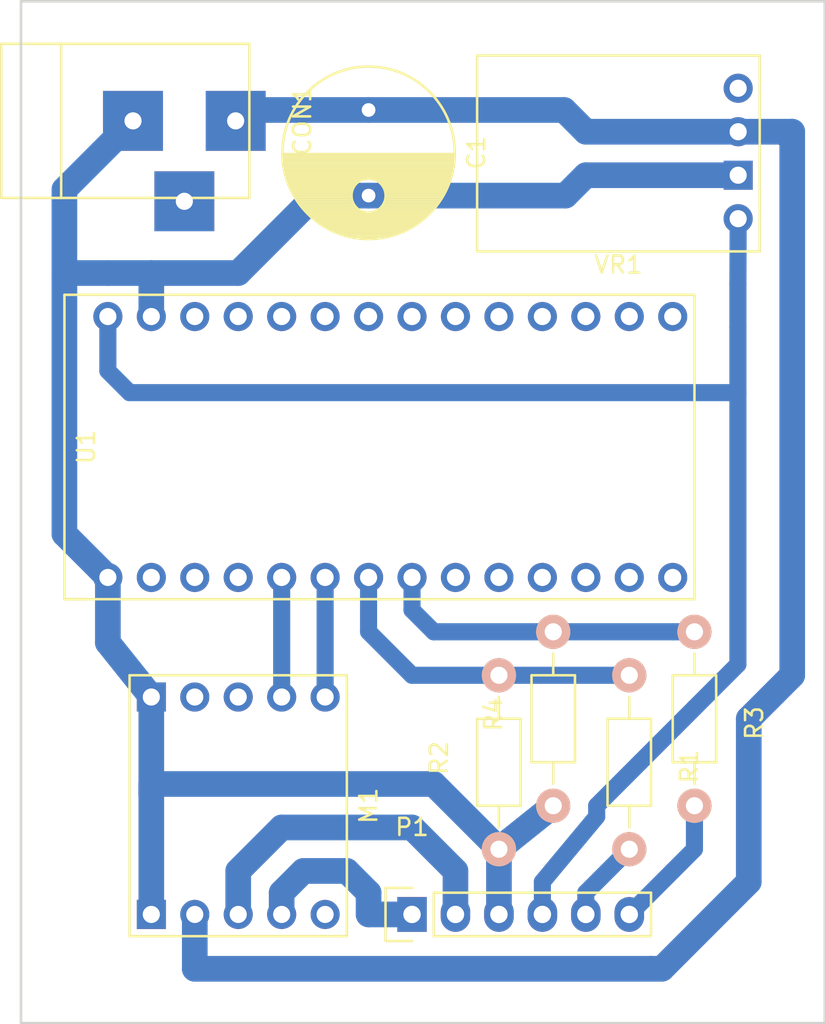
<source format=kicad_pcb>
(kicad_pcb (version 4) (host pcbnew 4.0.5+dfsg1-4)

  (general
    (links 24)
    (no_connects 0)
    (area 117.354379 57.83052 166.445001 118.185001)
    (thickness 1.6)
    (drawings 4)
    (tracks 82)
    (zones 0)
    (modules 10)
    (nets 38)
  )

  (page A4)
  (layers
    (0 F.Cu signal)
    (31 B.Cu signal)
    (32 B.Adhes user)
    (33 F.Adhes user)
    (34 B.Paste user)
    (35 F.Paste user)
    (36 B.SilkS user)
    (37 F.SilkS user)
    (38 B.Mask user)
    (39 F.Mask user)
    (40 Dwgs.User user)
    (41 Cmts.User user)
    (42 Eco1.User user)
    (43 Eco2.User user)
    (44 Edge.Cuts user)
    (45 Margin user)
    (46 B.CrtYd user)
    (47 F.CrtYd user)
    (48 B.Fab user)
    (49 F.Fab user)
  )

  (setup
    (last_trace_width 1)
    (trace_clearance 0.8)
    (zone_clearance 0.508)
    (zone_45_only no)
    (trace_min 0.2)
    (segment_width 0.2)
    (edge_width 0.15)
    (via_size 0.6)
    (via_drill 0.4)
    (via_min_size 0.4)
    (via_min_drill 0.3)
    (uvia_size 0.3)
    (uvia_drill 0.1)
    (uvias_allowed no)
    (uvia_min_size 0.2)
    (uvia_min_drill 0.1)
    (pcb_text_width 0.3)
    (pcb_text_size 1.5 1.5)
    (mod_edge_width 0.15)
    (mod_text_size 1 1)
    (mod_text_width 0.15)
    (pad_size 1.524 1.524)
    (pad_drill 0.762)
    (pad_to_mask_clearance 0.2)
    (aux_axis_origin 0 0)
    (visible_elements FFFFFF7F)
    (pcbplotparams
      (layerselection 0x01000_80000001)
      (usegerberextensions false)
      (excludeedgelayer true)
      (linewidth 0.100000)
      (plotframeref false)
      (viasonmask false)
      (mode 1)
      (useauxorigin false)
      (hpglpennumber 1)
      (hpglpenspeed 20)
      (hpglpendiameter 15)
      (hpglpenoverlay 2)
      (psnegative false)
      (psa4output false)
      (plotreference true)
      (plotvalue true)
      (plotinvisibletext false)
      (padsonsilk false)
      (subtractmaskfromsilk false)
      (outputformat 1)
      (mirror false)
      (drillshape 0)
      (scaleselection 1)
      (outputdirectory manufacturing/))
  )

  (net 0 "")
  (net 1 "Net-(C1-Pad1)")
  (net 2 "Net-(C1-Pad2)")
  (net 3 "Net-(CON1-Pad3)")
  (net 4 "Net-(M1-Pad1)")
  (net 5 "Net-(M1-Pad2)")
  (net 6 "Net-(M1-Pad3)")
  (net 7 "Net-(M1-Pad4)")
  (net 8 "Net-(M1-Pad8)")
  (net 9 "Net-(M1-Pad9)")
  (net 10 "Net-(M1-Pad10)")
  (net 11 "Net-(P1-Pad4)")
  (net 12 "Net-(P1-Pad5)")
  (net 13 "Net-(P1-Pad6)")
  (net 14 "Net-(R1-Pad1)")
  (net 15 "Net-(R3-Pad1)")
  (net 16 "Net-(U1-Pad0)")
  (net 17 "Net-(U1-Pad1)")
  (net 18 "Net-(U1-Pad2)")
  (net 19 "Net-(U1-Pad7)")
  (net 20 "Net-(U1-Pad8)")
  (net 21 "Net-(U1-Pad9)")
  (net 22 "Net-(U1-Pad10)")
  (net 23 "Net-(U1-Pad11)")
  (net 24 "Net-(U1-Pad12)")
  (net 25 "Net-(U1-Pad13)")
  (net 26 "Net-(U1-Pad14)")
  (net 27 "Net-(U1-Pad15)")
  (net 28 "Net-(U1-Pad16)")
  (net 29 "Net-(U1-Pad17)")
  (net 30 "Net-(U1-Pad18)")
  (net 31 "Net-(U1-Pad19)")
  (net 32 "Net-(U1-Pad20)")
  (net 33 "Net-(U1-Pad21)")
  (net 34 "Net-(U1-Pad22)")
  (net 35 "Net-(U1-Pad23)")
  (net 36 "Net-(U1-Pad24)")
  (net 37 "Net-(VR1-Pad4)")

  (net_class Default "This is the default net class."
    (clearance 0.8)
    (trace_width 1)
    (via_dia 0.6)
    (via_drill 0.4)
    (uvia_dia 0.3)
    (uvia_drill 0.1)
    (add_net "Net-(M1-Pad1)")
    (add_net "Net-(M1-Pad10)")
    (add_net "Net-(M1-Pad2)")
    (add_net "Net-(M1-Pad3)")
    (add_net "Net-(M1-Pad4)")
    (add_net "Net-(P1-Pad4)")
    (add_net "Net-(P1-Pad5)")
    (add_net "Net-(P1-Pad6)")
    (add_net "Net-(R1-Pad1)")
    (add_net "Net-(R3-Pad1)")
    (add_net "Net-(U1-Pad0)")
    (add_net "Net-(U1-Pad1)")
    (add_net "Net-(U1-Pad10)")
    (add_net "Net-(U1-Pad11)")
    (add_net "Net-(U1-Pad12)")
    (add_net "Net-(U1-Pad13)")
    (add_net "Net-(U1-Pad14)")
    (add_net "Net-(U1-Pad15)")
    (add_net "Net-(U1-Pad16)")
    (add_net "Net-(U1-Pad17)")
    (add_net "Net-(U1-Pad18)")
    (add_net "Net-(U1-Pad19)")
    (add_net "Net-(U1-Pad2)")
    (add_net "Net-(U1-Pad20)")
    (add_net "Net-(U1-Pad21)")
    (add_net "Net-(U1-Pad22)")
    (add_net "Net-(U1-Pad23)")
    (add_net "Net-(U1-Pad24)")
    (add_net "Net-(U1-Pad7)")
    (add_net "Net-(U1-Pad8)")
    (add_net "Net-(U1-Pad9)")
    (add_net "Net-(VR1-Pad4)")
  )

  (net_class Power ""
    (clearance 0.8)
    (trace_width 1.5)
    (via_dia 0.6)
    (via_drill 0.4)
    (uvia_dia 0.3)
    (uvia_drill 0.1)
    (add_net "Net-(C1-Pad1)")
    (add_net "Net-(C1-Pad2)")
    (add_net "Net-(CON1-Pad3)")
    (add_net "Net-(M1-Pad8)")
    (add_net "Net-(M1-Pad9)")
  )

  (module Connect:BARREL_JACK (layer F.Cu) (tedit 59AD7092) (tstamp 59AC7093)
    (at 125.73 65.405)
    (descr "DC Barrel Jack")
    (tags "Power Jack")
    (path /59AB1B73)
    (fp_text reference CON1 (at 10.09904 0 90) (layer F.SilkS)
      (effects (font (size 1 1) (thickness 0.15)))
    )
    (fp_text value BARREL_JACK (at 0 -5.99948) (layer F.Fab)
      (effects (font (size 1 1) (thickness 0.15)))
    )
    (fp_line (start -4.0005 -4.50088) (end -4.0005 4.50088) (layer F.SilkS) (width 0.15))
    (fp_line (start -7.50062 -4.50088) (end -7.50062 4.50088) (layer F.SilkS) (width 0.15))
    (fp_line (start -7.50062 4.50088) (end 7.00024 4.50088) (layer F.SilkS) (width 0.15))
    (fp_line (start 7.00024 4.50088) (end 7.00024 -4.50088) (layer F.SilkS) (width 0.15))
    (fp_line (start 7.00024 -4.50088) (end -7.50062 -4.50088) (layer F.SilkS) (width 0.15))
    (pad 1 thru_hole rect (at 6.20014 0) (size 3.50012 3.50012) (drill 1.00076) (layers *.Cu *.Mask)
      (net 1 "Net-(C1-Pad1)"))
    (pad 2 thru_hole rect (at 0.20066 0) (size 3.50012 3.50012) (drill 1.00076) (layers *.Cu *.Mask)
      (net 2 "Net-(C1-Pad2)"))
    (pad 3 thru_hole rect (at 3.2004 4.699) (size 3.50012 3.50012) (drill 1.00076) (layers *.Cu *.Mask)
      (net 3 "Net-(CON1-Pad3)"))
  )

  (module Capacitors_ThroughHole:C_Radial_D10_L16_P5 (layer F.Cu) (tedit 0) (tstamp 59AC708C)
    (at 139.7 64.77 270)
    (descr "Radial Electrolytic Capacitor 10mm x Length 16mm, Pitch 5mm")
    (tags "Electrolytic Capacitor")
    (path /59AB1C99)
    (fp_text reference C1 (at 2.5 -6.3 270) (layer F.SilkS)
      (effects (font (size 1 1) (thickness 0.15)))
    )
    (fp_text value CP (at 2.5 6.3 270) (layer F.Fab)
      (effects (font (size 1 1) (thickness 0.15)))
    )
    (fp_line (start 2.575 -4.999) (end 2.575 4.999) (layer F.SilkS) (width 0.15))
    (fp_line (start 2.715 -4.995) (end 2.715 4.995) (layer F.SilkS) (width 0.15))
    (fp_line (start 2.855 -4.987) (end 2.855 4.987) (layer F.SilkS) (width 0.15))
    (fp_line (start 2.995 -4.975) (end 2.995 4.975) (layer F.SilkS) (width 0.15))
    (fp_line (start 3.135 -4.96) (end 3.135 4.96) (layer F.SilkS) (width 0.15))
    (fp_line (start 3.275 -4.94) (end 3.275 4.94) (layer F.SilkS) (width 0.15))
    (fp_line (start 3.415 -4.916) (end 3.415 4.916) (layer F.SilkS) (width 0.15))
    (fp_line (start 3.555 -4.887) (end 3.555 4.887) (layer F.SilkS) (width 0.15))
    (fp_line (start 3.695 -4.855) (end 3.695 4.855) (layer F.SilkS) (width 0.15))
    (fp_line (start 3.835 -4.818) (end 3.835 4.818) (layer F.SilkS) (width 0.15))
    (fp_line (start 3.975 -4.777) (end 3.975 4.777) (layer F.SilkS) (width 0.15))
    (fp_line (start 4.115 -4.732) (end 4.115 -0.466) (layer F.SilkS) (width 0.15))
    (fp_line (start 4.115 0.466) (end 4.115 4.732) (layer F.SilkS) (width 0.15))
    (fp_line (start 4.255 -4.682) (end 4.255 -0.667) (layer F.SilkS) (width 0.15))
    (fp_line (start 4.255 0.667) (end 4.255 4.682) (layer F.SilkS) (width 0.15))
    (fp_line (start 4.395 -4.627) (end 4.395 -0.796) (layer F.SilkS) (width 0.15))
    (fp_line (start 4.395 0.796) (end 4.395 4.627) (layer F.SilkS) (width 0.15))
    (fp_line (start 4.535 -4.567) (end 4.535 -0.885) (layer F.SilkS) (width 0.15))
    (fp_line (start 4.535 0.885) (end 4.535 4.567) (layer F.SilkS) (width 0.15))
    (fp_line (start 4.675 -4.502) (end 4.675 -0.946) (layer F.SilkS) (width 0.15))
    (fp_line (start 4.675 0.946) (end 4.675 4.502) (layer F.SilkS) (width 0.15))
    (fp_line (start 4.815 -4.432) (end 4.815 -0.983) (layer F.SilkS) (width 0.15))
    (fp_line (start 4.815 0.983) (end 4.815 4.432) (layer F.SilkS) (width 0.15))
    (fp_line (start 4.955 -4.356) (end 4.955 -0.999) (layer F.SilkS) (width 0.15))
    (fp_line (start 4.955 0.999) (end 4.955 4.356) (layer F.SilkS) (width 0.15))
    (fp_line (start 5.095 -4.274) (end 5.095 -0.995) (layer F.SilkS) (width 0.15))
    (fp_line (start 5.095 0.995) (end 5.095 4.274) (layer F.SilkS) (width 0.15))
    (fp_line (start 5.235 -4.186) (end 5.235 -0.972) (layer F.SilkS) (width 0.15))
    (fp_line (start 5.235 0.972) (end 5.235 4.186) (layer F.SilkS) (width 0.15))
    (fp_line (start 5.375 -4.091) (end 5.375 -0.927) (layer F.SilkS) (width 0.15))
    (fp_line (start 5.375 0.927) (end 5.375 4.091) (layer F.SilkS) (width 0.15))
    (fp_line (start 5.515 -3.989) (end 5.515 -0.857) (layer F.SilkS) (width 0.15))
    (fp_line (start 5.515 0.857) (end 5.515 3.989) (layer F.SilkS) (width 0.15))
    (fp_line (start 5.655 -3.879) (end 5.655 -0.756) (layer F.SilkS) (width 0.15))
    (fp_line (start 5.655 0.756) (end 5.655 3.879) (layer F.SilkS) (width 0.15))
    (fp_line (start 5.795 -3.761) (end 5.795 -0.607) (layer F.SilkS) (width 0.15))
    (fp_line (start 5.795 0.607) (end 5.795 3.761) (layer F.SilkS) (width 0.15))
    (fp_line (start 5.935 -3.633) (end 5.935 -0.355) (layer F.SilkS) (width 0.15))
    (fp_line (start 5.935 0.355) (end 5.935 3.633) (layer F.SilkS) (width 0.15))
    (fp_line (start 6.075 -3.496) (end 6.075 3.496) (layer F.SilkS) (width 0.15))
    (fp_line (start 6.215 -3.346) (end 6.215 3.346) (layer F.SilkS) (width 0.15))
    (fp_line (start 6.355 -3.184) (end 6.355 3.184) (layer F.SilkS) (width 0.15))
    (fp_line (start 6.495 -3.007) (end 6.495 3.007) (layer F.SilkS) (width 0.15))
    (fp_line (start 6.635 -2.811) (end 6.635 2.811) (layer F.SilkS) (width 0.15))
    (fp_line (start 6.775 -2.593) (end 6.775 2.593) (layer F.SilkS) (width 0.15))
    (fp_line (start 6.915 -2.347) (end 6.915 2.347) (layer F.SilkS) (width 0.15))
    (fp_line (start 7.055 -2.062) (end 7.055 2.062) (layer F.SilkS) (width 0.15))
    (fp_line (start 7.195 -1.72) (end 7.195 1.72) (layer F.SilkS) (width 0.15))
    (fp_line (start 7.335 -1.274) (end 7.335 1.274) (layer F.SilkS) (width 0.15))
    (fp_line (start 7.475 -0.499) (end 7.475 0.499) (layer F.SilkS) (width 0.15))
    (fp_circle (center 5 0) (end 5 -1) (layer F.SilkS) (width 0.15))
    (fp_circle (center 2.5 0) (end 2.5 -5.0375) (layer F.SilkS) (width 0.15))
    (fp_circle (center 2.5 0) (end 2.5 -5.3) (layer F.CrtYd) (width 0.05))
    (pad 1 thru_hole rect (at 0 0 270) (size 1.3 1.3) (drill 0.8) (layers *.Cu *.Mask)
      (net 1 "Net-(C1-Pad1)"))
    (pad 2 thru_hole circle (at 5 0 270) (size 1.3 1.3) (drill 0.8) (layers *.Cu *.Mask)
      (net 2 "Net-(C1-Pad2)"))
    (model Capacitors_ThroughHole.3dshapes/C_Radial_D10_L16_P5.wrl
      (at (xyz 0.0984252 0 0))
      (scale (xyz 1 1 1))
      (rotate (xyz 0 0 90))
    )
  )

  (module motor_brain_pcb.pretty:MAX14870 (layer F.Cu) (tedit 5971D27B) (tstamp 59AC70A5)
    (at 132.08 105.41 270)
    (path /59AB27F6)
    (fp_text reference M1 (at 0 -7.62 270) (layer F.SilkS)
      (effects (font (size 1 1) (thickness 0.15)))
    )
    (fp_text value MAX14870 (at 0 0 270) (layer F.Fab)
      (effects (font (size 1 1) (thickness 0.15)))
    )
    (fp_line (start 7.62 6.35) (end 7.62 -6.35) (layer F.SilkS) (width 0.15))
    (fp_line (start 7.62 -6.35) (end -7.62 -6.35) (layer F.SilkS) (width 0.15))
    (fp_line (start -7.62 -6.35) (end -7.62 6.35) (layer F.SilkS) (width 0.15))
    (fp_line (start -7.62 6.35) (end 7.62 6.35) (layer F.SilkS) (width 0.15))
    (pad 1 thru_hole circle (at -6.35 -5.08 270) (size 1.7018 1.7018) (drill 1) (layers *.Cu *.Mask)
      (net 4 "Net-(M1-Pad1)"))
    (pad 2 thru_hole circle (at -6.35 -2.54 270) (size 1.7018 1.7018) (drill 1) (layers *.Cu *.Mask)
      (net 5 "Net-(M1-Pad2)"))
    (pad 3 thru_hole circle (at -6.35 0 270) (size 1.7018 1.7018) (drill 1) (layers *.Cu *.Mask)
      (net 6 "Net-(M1-Pad3)"))
    (pad 4 thru_hole circle (at -6.35 2.54 270) (size 1.7018 1.7018) (drill 1) (layers *.Cu *.Mask)
      (net 7 "Net-(M1-Pad4)"))
    (pad 5 thru_hole rect (at -6.35 5.08 270) (size 1.7018 1.7018) (drill 1) (layers *.Cu *.Mask)
      (net 2 "Net-(C1-Pad2)"))
    (pad 6 thru_hole rect (at 6.35 5.08 270) (size 1.7018 1.7018) (drill 1) (layers *.Cu *.Mask)
      (net 2 "Net-(C1-Pad2)"))
    (pad 7 thru_hole circle (at 6.35 2.54 270) (size 1.7018 1.7018) (drill 1) (layers *.Cu *.Mask)
      (net 1 "Net-(C1-Pad1)"))
    (pad 8 thru_hole circle (at 6.35 0 270) (size 1.7018 1.70184) (drill 1) (layers *.Cu *.Mask)
      (net 8 "Net-(M1-Pad8)"))
    (pad 9 thru_hole circle (at 6.35 -2.54 270) (size 1.7018 1.7018) (drill 1) (layers *.Cu *.Mask)
      (net 9 "Net-(M1-Pad9)"))
    (pad 10 thru_hole circle (at 6.35 -5.08 270) (size 1.7018 1.7018) (drill 1) (layers *.Cu *.Mask)
      (net 10 "Net-(M1-Pad10)"))
    (model ${KIPRJMOD}/resources/max14870.wrl
      (at (xyz -0.3 -0.25 0.05))
      (scale (xyz 0.393700787 0.393700787 0.393700787))
      (rotate (xyz 0 0 0))
    )
  )

  (module Socket_Strips:Socket_Strip_Straight_1x06 (layer F.Cu) (tedit 0) (tstamp 59AC70AF)
    (at 142.24 111.76)
    (descr "Through hole socket strip")
    (tags "socket strip")
    (path /59AB1F10)
    (fp_text reference P1 (at 0 -5.1) (layer F.SilkS)
      (effects (font (size 1 1) (thickness 0.15)))
    )
    (fp_text value CONN_01X06 (at 0 -3.1) (layer F.Fab)
      (effects (font (size 1 1) (thickness 0.15)))
    )
    (fp_line (start -1.75 -1.75) (end -1.75 1.75) (layer F.CrtYd) (width 0.05))
    (fp_line (start 14.45 -1.75) (end 14.45 1.75) (layer F.CrtYd) (width 0.05))
    (fp_line (start -1.75 -1.75) (end 14.45 -1.75) (layer F.CrtYd) (width 0.05))
    (fp_line (start -1.75 1.75) (end 14.45 1.75) (layer F.CrtYd) (width 0.05))
    (fp_line (start 1.27 1.27) (end 13.97 1.27) (layer F.SilkS) (width 0.15))
    (fp_line (start 13.97 1.27) (end 13.97 -1.27) (layer F.SilkS) (width 0.15))
    (fp_line (start 13.97 -1.27) (end 1.27 -1.27) (layer F.SilkS) (width 0.15))
    (fp_line (start -1.55 1.55) (end 0 1.55) (layer F.SilkS) (width 0.15))
    (fp_line (start 1.27 1.27) (end 1.27 -1.27) (layer F.SilkS) (width 0.15))
    (fp_line (start 0 -1.55) (end -1.55 -1.55) (layer F.SilkS) (width 0.15))
    (fp_line (start -1.55 -1.55) (end -1.55 1.55) (layer F.SilkS) (width 0.15))
    (pad 1 thru_hole rect (at 0 0) (size 1.7272 2.032) (drill 1.016) (layers *.Cu *.Mask)
      (net 9 "Net-(M1-Pad9)"))
    (pad 2 thru_hole oval (at 2.54 0) (size 1.7272 2.032) (drill 1.016) (layers *.Cu *.Mask)
      (net 8 "Net-(M1-Pad8)"))
    (pad 3 thru_hole oval (at 5.08 0) (size 1.7272 2.032) (drill 1.016) (layers *.Cu *.Mask)
      (net 2 "Net-(C1-Pad2)"))
    (pad 4 thru_hole oval (at 7.62 0) (size 1.7272 2.032) (drill 1.016) (layers *.Cu *.Mask)
      (net 11 "Net-(P1-Pad4)"))
    (pad 5 thru_hole oval (at 10.16 0) (size 1.7272 2.032) (drill 1.016) (layers *.Cu *.Mask)
      (net 12 "Net-(P1-Pad5)"))
    (pad 6 thru_hole oval (at 12.7 0) (size 1.7272 2.032) (drill 1.016) (layers *.Cu *.Mask)
      (net 13 "Net-(P1-Pad6)"))
    (model Socket_Strips.3dshapes/Socket_Strip_Straight_1x06.wrl
      (at (xyz 0.25 0 0))
      (scale (xyz 1 1 1))
      (rotate (xyz 0 0 180))
    )
  )

  (module Resistors_ThroughHole:Resistor_Horizontal_RM10mm (layer F.Cu) (tedit 56648415) (tstamp 59AC70B5)
    (at 154.94 97.79 270)
    (descr "Resistor, Axial,  RM 10mm, 1/3W")
    (tags "Resistor Axial RM 10mm 1/3W")
    (path /59AB1E93)
    (fp_text reference R1 (at 5.32892 -3.50012 270) (layer F.SilkS)
      (effects (font (size 1 1) (thickness 0.15)))
    )
    (fp_text value 39k (at 5.08 3.81 270) (layer F.Fab)
      (effects (font (size 1 1) (thickness 0.15)))
    )
    (fp_line (start -1.25 -1.5) (end 11.4 -1.5) (layer F.CrtYd) (width 0.05))
    (fp_line (start -1.25 1.5) (end -1.25 -1.5) (layer F.CrtYd) (width 0.05))
    (fp_line (start 11.4 -1.5) (end 11.4 1.5) (layer F.CrtYd) (width 0.05))
    (fp_line (start -1.25 1.5) (end 11.4 1.5) (layer F.CrtYd) (width 0.05))
    (fp_line (start 2.54 -1.27) (end 7.62 -1.27) (layer F.SilkS) (width 0.15))
    (fp_line (start 7.62 -1.27) (end 7.62 1.27) (layer F.SilkS) (width 0.15))
    (fp_line (start 7.62 1.27) (end 2.54 1.27) (layer F.SilkS) (width 0.15))
    (fp_line (start 2.54 1.27) (end 2.54 -1.27) (layer F.SilkS) (width 0.15))
    (fp_line (start 2.54 0) (end 1.27 0) (layer F.SilkS) (width 0.15))
    (fp_line (start 7.62 0) (end 8.89 0) (layer F.SilkS) (width 0.15))
    (pad 1 thru_hole circle (at 0 0 270) (size 1.99898 1.99898) (drill 1.00076) (layers *.Cu *.SilkS *.Mask)
      (net 14 "Net-(R1-Pad1)"))
    (pad 2 thru_hole circle (at 10.16 0 270) (size 1.99898 1.99898) (drill 1.00076) (layers *.Cu *.SilkS *.Mask)
      (net 12 "Net-(P1-Pad5)"))
    (model Resistors_ThroughHole.3dshapes/Resistor_Horizontal_RM10mm.wrl
      (at (xyz 0.2 0 0))
      (scale (xyz 0.4 0.4 0.4))
      (rotate (xyz 0 0 0))
    )
  )

  (module Resistors_ThroughHole:Resistor_Horizontal_RM10mm (layer F.Cu) (tedit 56648415) (tstamp 59AC70BB)
    (at 147.32 107.95 90)
    (descr "Resistor, Axial,  RM 10mm, 1/3W")
    (tags "Resistor Axial RM 10mm 1/3W")
    (path /59AB1D6B)
    (fp_text reference R2 (at 5.32892 -3.50012 90) (layer F.SilkS)
      (effects (font (size 1 1) (thickness 0.15)))
    )
    (fp_text value 68k (at 5.08 3.81 90) (layer F.Fab)
      (effects (font (size 1 1) (thickness 0.15)))
    )
    (fp_line (start -1.25 -1.5) (end 11.4 -1.5) (layer F.CrtYd) (width 0.05))
    (fp_line (start -1.25 1.5) (end -1.25 -1.5) (layer F.CrtYd) (width 0.05))
    (fp_line (start 11.4 -1.5) (end 11.4 1.5) (layer F.CrtYd) (width 0.05))
    (fp_line (start -1.25 1.5) (end 11.4 1.5) (layer F.CrtYd) (width 0.05))
    (fp_line (start 2.54 -1.27) (end 7.62 -1.27) (layer F.SilkS) (width 0.15))
    (fp_line (start 7.62 -1.27) (end 7.62 1.27) (layer F.SilkS) (width 0.15))
    (fp_line (start 7.62 1.27) (end 2.54 1.27) (layer F.SilkS) (width 0.15))
    (fp_line (start 2.54 1.27) (end 2.54 -1.27) (layer F.SilkS) (width 0.15))
    (fp_line (start 2.54 0) (end 1.27 0) (layer F.SilkS) (width 0.15))
    (fp_line (start 7.62 0) (end 8.89 0) (layer F.SilkS) (width 0.15))
    (pad 1 thru_hole circle (at 0 0 90) (size 1.99898 1.99898) (drill 1.00076) (layers *.Cu *.SilkS *.Mask)
      (net 2 "Net-(C1-Pad2)"))
    (pad 2 thru_hole circle (at 10.16 0 90) (size 1.99898 1.99898) (drill 1.00076) (layers *.Cu *.SilkS *.Mask)
      (net 14 "Net-(R1-Pad1)"))
    (model Resistors_ThroughHole.3dshapes/Resistor_Horizontal_RM10mm.wrl
      (at (xyz 0.2 0 0))
      (scale (xyz 0.4 0.4 0.4))
      (rotate (xyz 0 0 0))
    )
  )

  (module Resistors_ThroughHole:Resistor_Horizontal_RM10mm (layer F.Cu) (tedit 56648415) (tstamp 59AC70C1)
    (at 158.75 95.25 270)
    (descr "Resistor, Axial,  RM 10mm, 1/3W")
    (tags "Resistor Axial RM 10mm 1/3W")
    (path /59AB1E14)
    (fp_text reference R3 (at 5.32892 -3.50012 270) (layer F.SilkS)
      (effects (font (size 1 1) (thickness 0.15)))
    )
    (fp_text value 39k (at 5.08 3.81 270) (layer F.Fab)
      (effects (font (size 1 1) (thickness 0.15)))
    )
    (fp_line (start -1.25 -1.5) (end 11.4 -1.5) (layer F.CrtYd) (width 0.05))
    (fp_line (start -1.25 1.5) (end -1.25 -1.5) (layer F.CrtYd) (width 0.05))
    (fp_line (start 11.4 -1.5) (end 11.4 1.5) (layer F.CrtYd) (width 0.05))
    (fp_line (start -1.25 1.5) (end 11.4 1.5) (layer F.CrtYd) (width 0.05))
    (fp_line (start 2.54 -1.27) (end 7.62 -1.27) (layer F.SilkS) (width 0.15))
    (fp_line (start 7.62 -1.27) (end 7.62 1.27) (layer F.SilkS) (width 0.15))
    (fp_line (start 7.62 1.27) (end 2.54 1.27) (layer F.SilkS) (width 0.15))
    (fp_line (start 2.54 1.27) (end 2.54 -1.27) (layer F.SilkS) (width 0.15))
    (fp_line (start 2.54 0) (end 1.27 0) (layer F.SilkS) (width 0.15))
    (fp_line (start 7.62 0) (end 8.89 0) (layer F.SilkS) (width 0.15))
    (pad 1 thru_hole circle (at 0 0 270) (size 1.99898 1.99898) (drill 1.00076) (layers *.Cu *.SilkS *.Mask)
      (net 15 "Net-(R3-Pad1)"))
    (pad 2 thru_hole circle (at 10.16 0 270) (size 1.99898 1.99898) (drill 1.00076) (layers *.Cu *.SilkS *.Mask)
      (net 13 "Net-(P1-Pad6)"))
    (model Resistors_ThroughHole.3dshapes/Resistor_Horizontal_RM10mm.wrl
      (at (xyz 0.2 0 0))
      (scale (xyz 0.4 0.4 0.4))
      (rotate (xyz 0 0 0))
    )
  )

  (module Resistors_ThroughHole:Resistor_Horizontal_RM10mm (layer F.Cu) (tedit 56648415) (tstamp 59AC70C7)
    (at 150.495 105.41 90)
    (descr "Resistor, Axial,  RM 10mm, 1/3W")
    (tags "Resistor Axial RM 10mm 1/3W")
    (path /59AB1D12)
    (fp_text reference R4 (at 5.32892 -3.50012 90) (layer F.SilkS)
      (effects (font (size 1 1) (thickness 0.15)))
    )
    (fp_text value 68k (at 5.08 3.81 90) (layer F.Fab)
      (effects (font (size 1 1) (thickness 0.15)))
    )
    (fp_line (start -1.25 -1.5) (end 11.4 -1.5) (layer F.CrtYd) (width 0.05))
    (fp_line (start -1.25 1.5) (end -1.25 -1.5) (layer F.CrtYd) (width 0.05))
    (fp_line (start 11.4 -1.5) (end 11.4 1.5) (layer F.CrtYd) (width 0.05))
    (fp_line (start -1.25 1.5) (end 11.4 1.5) (layer F.CrtYd) (width 0.05))
    (fp_line (start 2.54 -1.27) (end 7.62 -1.27) (layer F.SilkS) (width 0.15))
    (fp_line (start 7.62 -1.27) (end 7.62 1.27) (layer F.SilkS) (width 0.15))
    (fp_line (start 7.62 1.27) (end 2.54 1.27) (layer F.SilkS) (width 0.15))
    (fp_line (start 2.54 1.27) (end 2.54 -1.27) (layer F.SilkS) (width 0.15))
    (fp_line (start 2.54 0) (end 1.27 0) (layer F.SilkS) (width 0.15))
    (fp_line (start 7.62 0) (end 8.89 0) (layer F.SilkS) (width 0.15))
    (pad 1 thru_hole circle (at 0 0 90) (size 1.99898 1.99898) (drill 1.00076) (layers *.Cu *.SilkS *.Mask)
      (net 2 "Net-(C1-Pad2)"))
    (pad 2 thru_hole circle (at 10.16 0 90) (size 1.99898 1.99898) (drill 1.00076) (layers *.Cu *.SilkS *.Mask)
      (net 15 "Net-(R3-Pad1)"))
    (model Resistors_ThroughHole.3dshapes/Resistor_Horizontal_RM10mm.wrl
      (at (xyz 0.2 0 0))
      (scale (xyz 0.4 0.4 0.4))
      (rotate (xyz 0 0 0))
    )
  )

  (module motor_brain_pcb.pretty:teensy-lc (layer F.Cu) (tedit 59AD2485) (tstamp 59AC70F1)
    (at 139.7 84.455 90)
    (path /59AB1BE2)
    (fp_text reference U1 (at 0 -16.51 90) (layer F.SilkS)
      (effects (font (size 1 1) (thickness 0.15)))
    )
    (fp_text value Teensy-LC (at 0 -19.05 90) (layer F.Fab)
      (effects (font (size 1 1) (thickness 0.15)))
    )
    (fp_line (start -8.89 19.05) (end 8.89 19.05) (layer F.SilkS) (width 0.15))
    (fp_line (start 8.89 19.05) (end 8.89 -17.78) (layer F.SilkS) (width 0.15))
    (fp_line (start 8.89 -17.78) (end -8.89 -17.78) (layer F.SilkS) (width 0.15))
    (fp_line (start -8.89 -17.78) (end -8.89 -16.51) (layer F.SilkS) (width 0.15))
    (fp_line (start -8.89 -17.78) (end -8.89 19.05) (layer F.SilkS) (width 0.15))
    (pad 0 thru_hole circle (at -7.62 -12.7 90) (size 1.7018 1.7018) (drill 1) (layers *.Cu *.Mask)
      (net 16 "Net-(U1-Pad0)"))
    (pad 1 thru_hole circle (at -7.62 -10.16 90) (size 1.7018 1.7018) (drill 1) (layers *.Cu *.Mask)
      (net 17 "Net-(U1-Pad1)"))
    (pad 2 thru_hole circle (at -7.62 -7.62 90) (size 1.7018 1.7018) (drill 1) (layers *.Cu *.Mask)
      (net 18 "Net-(U1-Pad2)"))
    (pad 3 thru_hole circle (at -7.62 -5.08 90) (size 1.7018 1.7018) (drill 1) (layers *.Cu *.Mask)
      (net 5 "Net-(M1-Pad2)"))
    (pad 4 thru_hole circle (at -7.62 -2.54 90) (size 1.7018 1.7018) (drill 1) (layers *.Cu *.Mask)
      (net 4 "Net-(M1-Pad1)"))
    (pad 5 thru_hole circle (at -7.62 0 90) (size 1.7018 1.7018) (drill 1) (layers *.Cu *.Mask)
      (net 14 "Net-(R1-Pad1)"))
    (pad 6 thru_hole circle (at -7.62 2.54 90) (size 1.7018 1.7018) (drill 1) (layers *.Cu *.Mask)
      (net 15 "Net-(R3-Pad1)"))
    (pad 7 thru_hole circle (at -7.62 5.08 90) (size 1.7018 1.7018) (drill 1) (layers *.Cu *.Mask)
      (net 19 "Net-(U1-Pad7)"))
    (pad 8 thru_hole circle (at -7.62 7.62 90) (size 1.7018 1.7018) (drill 1) (layers *.Cu *.Mask)
      (net 20 "Net-(U1-Pad8)"))
    (pad 9 thru_hole circle (at -7.62 10.16 90) (size 1.7018 1.7018) (drill 1) (layers *.Cu *.Mask)
      (net 21 "Net-(U1-Pad9)"))
    (pad 10 thru_hole circle (at -7.62 12.7 90) (size 1.7018 1.7018) (drill 1) (layers *.Cu *.Mask)
      (net 22 "Net-(U1-Pad10)"))
    (pad 11 thru_hole circle (at -7.62 15.24 90) (size 1.7018 1.7018) (drill 1) (layers *.Cu *.Mask)
      (net 23 "Net-(U1-Pad11)"))
    (pad 12 thru_hole circle (at -7.62 17.78 90) (size 1.7018 1.7018) (drill 1) (layers *.Cu *.Mask)
      (net 24 "Net-(U1-Pad12)"))
    (pad 13 thru_hole circle (at 7.62 17.78 90) (size 1.7018 1.7018) (drill 1) (layers *.Cu *.Mask)
      (net 25 "Net-(U1-Pad13)"))
    (pad 14 thru_hole circle (at 7.62 15.24 90) (size 1.7018 1.7018) (drill 1) (layers *.Cu *.Mask)
      (net 26 "Net-(U1-Pad14)"))
    (pad 15 thru_hole circle (at 7.62 12.7 90) (size 1.7018 1.7018) (drill 1) (layers *.Cu *.Mask)
      (net 27 "Net-(U1-Pad15)"))
    (pad 16 thru_hole circle (at 7.62 10.16 90) (size 1.7018 1.7018) (drill 1) (layers *.Cu *.Mask)
      (net 28 "Net-(U1-Pad16)"))
    (pad 17 thru_hole circle (at 7.62 7.62 90) (size 1.7018 1.7018) (drill 1) (layers *.Cu *.Mask)
      (net 29 "Net-(U1-Pad17)"))
    (pad 18 thru_hole circle (at 7.62 5.08 90) (size 1.7018 1.7018) (drill 1) (layers *.Cu *.Mask)
      (net 30 "Net-(U1-Pad18)"))
    (pad 19 thru_hole circle (at 7.62 2.54 90) (size 1.7018 1.7018) (drill 1) (layers *.Cu *.Mask)
      (net 31 "Net-(U1-Pad19)"))
    (pad 20 thru_hole circle (at 7.62 0 90) (size 1.7018 1.7018) (drill 1) (layers *.Cu *.Mask)
      (net 32 "Net-(U1-Pad20)"))
    (pad 21 thru_hole circle (at 7.62 -2.54 90) (size 1.7018 1.7018) (drill 1) (layers *.Cu *.Mask)
      (net 33 "Net-(U1-Pad21)"))
    (pad 22 thru_hole circle (at 7.62 -5.08 90) (size 1.7018 1.7018) (drill 1) (layers *.Cu *.Mask)
      (net 34 "Net-(U1-Pad22)"))
    (pad 23 thru_hole circle (at 7.62 -7.62 90) (size 1.7018 1.7018) (drill 1) (layers *.Cu *.Mask)
      (net 35 "Net-(U1-Pad23)"))
    (pad 24 thru_hole circle (at 7.62 -10.16 90) (size 1.7018 1.7018) (drill 1) (layers *.Cu *.Mask)
      (net 36 "Net-(U1-Pad24)"))
    (pad 25 thru_hole circle (at 7.62 -12.7 90) (size 1.7018 1.7018) (drill 1) (layers *.Cu *.Mask)
      (net 2 "Net-(C1-Pad2)"))
    (pad 26 thru_hole circle (at 7.62 -15.24 90) (size 1.7018 1.7018) (drill 1) (layers *.Cu *.Mask)
      (net 11 "Net-(P1-Pad4)"))
    (pad 27 thru_hole circle (at -7.62 -15.24 90) (size 1.7018 1.7018) (drill 1) (layers *.Cu *.Mask)
      (net 2 "Net-(C1-Pad2)"))
  )

  (module motor_brain_pcb.pretty:S7V8A (layer F.Cu) (tedit 5971D27B) (tstamp 59AC70FD)
    (at 154.305 67.31 180)
    (path /59AB4202)
    (fp_text reference VR1 (at 0 -6.5 180) (layer F.SilkS)
      (effects (font (size 1 1) (thickness 0.15)))
    )
    (fp_text value S7V8A (at 0 0 180) (layer F.Fab)
      (effects (font (size 1 1) (thickness 0.15)))
    )
    (fp_line (start 8.26 5.72) (end 8.26 -5.72) (layer F.SilkS) (width 0.15))
    (fp_line (start 8.26 -5.72) (end -8.26 -5.72) (layer F.SilkS) (width 0.15))
    (fp_line (start -8.26 -5.72) (end -8.26 5.72) (layer F.SilkS) (width 0.15))
    (fp_line (start -8.26 5.72) (end 8.26 5.72) (layer F.SilkS) (width 0.15))
    (pad 1 thru_hole circle (at -7 -3.81 180) (size 1.7018 1.7018) (drill 1) (layers *.Cu *.Mask)
      (net 11 "Net-(P1-Pad4)"))
    (pad 2 thru_hole rect (at -7 -1.27 180) (size 1.7018 1.7018) (drill 1) (layers *.Cu *.Mask)
      (net 2 "Net-(C1-Pad2)"))
    (pad 3 thru_hole circle (at -7 1.27 180) (size 1.7018 1.7018) (drill 1) (layers *.Cu *.Mask)
      (net 1 "Net-(C1-Pad1)"))
    (pad 4 thru_hole circle (at -7 3.81 180) (size 1.7018 1.7018) (drill 1) (layers *.Cu *.Mask)
      (net 37 "Net-(VR1-Pad4)"))
  )

  (gr_line (start 166.37 58.42) (end 119.38 58.42) (angle 90) (layer Edge.Cuts) (width 0.15))
  (gr_line (start 166.37 118.11) (end 166.37 58.42) (angle 90) (layer Edge.Cuts) (width 0.15))
  (gr_line (start 119.38 118.11) (end 166.37 118.11) (angle 90) (layer Edge.Cuts) (width 0.15))
  (gr_line (start 119.38 58.42) (end 119.38 118.11) (angle 90) (layer Edge.Cuts) (width 0.15))

  (segment (start 161.305 66.04) (end 164.465 66.04) (width 1.5) (layer B.Cu) (net 1))
  (segment (start 129.54 111.76) (end 129.54 114.935) (width 1.5) (layer B.Cu) (net 1))
  (segment (start 129.54 114.935) (end 156.21 114.935) (width 1.5) (layer B.Cu) (net 1) (tstamp 59AD2BE3))
  (segment (start 156.21 114.935) (end 156.845 114.935) (width 1.5) (layer B.Cu) (net 1) (tstamp 59AD2BE6))
  (segment (start 156.845 114.935) (end 161.925 109.855) (width 1.5) (layer B.Cu) (net 1) (tstamp 59AD2BEA))
  (segment (start 161.925 109.855) (end 161.925 100.33) (width 1.5) (layer B.Cu) (net 1) (tstamp 59AD2BEF))
  (segment (start 161.925 100.33) (end 164.465 97.79) (width 1.5) (layer B.Cu) (net 1) (tstamp 59AD2BF4))
  (segment (start 164.465 97.79) (end 164.465 66.04) (width 1.5) (layer B.Cu) (net 1) (tstamp 59AD2BFD))
  (segment (start 164.465 66.04) (end 164.225002 66.279998) (width 1.5) (layer B.Cu) (net 1) (tstamp 59AD2C05))
  (segment (start 164.225002 66.279998) (end 164.465 66.04) (width 1.5) (layer B.Cu) (net 1) (tstamp 59AD2C07))
  (segment (start 139.7 64.77) (end 151.13 64.77) (width 1.5) (layer B.Cu) (net 1) (status 10))
  (segment (start 139.7 64.77) (end 132.715 64.77) (width 1.5) (layer B.Cu) (net 1) (status 20))
  (segment (start 132.715 64.77) (end 131.93014 65.405) (width 1.5) (layer B.Cu) (net 1) (tstamp 59AD1994) (status 30))
  (segment (start 140.335 64.85) (end 145.495 64.77) (width 0.25) (layer B.Cu) (net 1) (tstamp 59AC7363) (status 10))
  (segment (start 152.4 66.04) (end 161.305 66.04) (width 1.5) (layer B.Cu) (net 1) (tstamp 59AD19EF) (status 20))
  (segment (start 151.13 64.77) (end 152.4 66.04) (width 1.5) (layer B.Cu) (net 1) (tstamp 59AD19EE))
  (segment (start 121.92 74.295) (end 121.92 69.41566) (width 1.5) (layer B.Cu) (net 2))
  (segment (start 121.92 69.41566) (end 125.93066 65.405) (width 1.5) (layer B.Cu) (net 2) (tstamp 59AD2B50))
  (segment (start 124.46 74.295) (end 121.92 74.295) (width 1.5) (layer B.Cu) (net 2))
  (segment (start 121.92 89.535) (end 124.46 92.075) (width 1.5) (layer B.Cu) (net 2) (tstamp 59AD2A59))
  (segment (start 121.92 74.295) (end 121.92 89.535) (width 1.5) (layer B.Cu) (net 2) (tstamp 59AD2A58))
  (segment (start 127 74.295) (end 132.08 74.295) (width 1.5) (layer B.Cu) (net 2))
  (segment (start 136.605 69.77) (end 139.7 69.77) (width 1.5) (layer B.Cu) (net 2) (tstamp 59AD2A4F) (status 20))
  (segment (start 132.08 74.295) (end 136.605 69.77) (width 1.5) (layer B.Cu) (net 2) (tstamp 59AD2A4E))
  (segment (start 125.29566 65.405) (end 125.095 65.405) (width 1.5) (layer B.Cu) (net 2) (status 30))
  (segment (start 127 74.295) (end 127 76.835) (width 1.5) (layer B.Cu) (net 2) (tstamp 59AD2A47))
  (segment (start 124.46 74.295) (end 127 74.295) (width 1.5) (layer B.Cu) (net 2) (tstamp 59AD2A56))
  (segment (start 152.4 68.58) (end 161.305 68.58) (width 1.5) (layer B.Cu) (net 2) (tstamp 59AD19F8) (status 20))
  (segment (start 139.7 69.77) (end 151.21 69.77) (width 1.5) (layer B.Cu) (net 2) (status 10))
  (segment (start 151.21 69.77) (end 152.4 68.58) (width 1.5) (layer B.Cu) (net 2) (tstamp 59AD19F7))
  (segment (start 147.32 107.95) (end 147.32 111.76) (width 1.5) (layer B.Cu) (net 2))
  (segment (start 147.32 107.95) (end 150.495 105.41) (width 1.5) (layer B.Cu) (net 2) (status 20))
  (segment (start 147.32 107.95) (end 143.51 104.14) (width 1.5) (layer B.Cu) (net 2))
  (segment (start 143.51 104.14) (end 127 104.14) (width 1.5) (layer B.Cu) (net 2) (tstamp 59AD2085))
  (segment (start 127 104.775) (end 127 104.14) (width 1.5) (layer B.Cu) (net 2) (tstamp 59AC7691) (status 20))
  (segment (start 127 104.14) (end 127 111.76) (width 1.5) (layer B.Cu) (net 2) (tstamp 59AD2094) (status 20))
  (segment (start 127 99.06) (end 127 104.775) (width 1.5) (layer B.Cu) (net 2) (status 10))
  (segment (start 124.46 92.075) (end 124.46 95.885) (width 1.5) (layer B.Cu) (net 2))
  (segment (start 124.46 95.885) (end 127 99.06) (width 1.5) (layer B.Cu) (net 2) (tstamp 59AC7650) (status 20))
  (segment (start 125.29566 65.405) (end 125.29566 65.83934) (width 1.5) (layer B.Cu) (net 2) (status 30))
  (segment (start 137.16 92.075) (end 137.16 99.06) (width 1) (layer B.Cu) (net 4) (status 20))
  (segment (start 134.62 92.075) (end 134.62 99.06) (width 1) (layer B.Cu) (net 5) (status 20))
  (segment (start 144.78 111.76) (end 144.78 109.22) (width 1.5) (layer B.Cu) (net 8))
  (segment (start 132.08 109.22) (end 132.08 111.76) (width 1.5) (layer B.Cu) (net 8) (tstamp 59AD1FAA))
  (segment (start 134.62 106.68) (end 132.08 109.22) (width 1.5) (layer B.Cu) (net 8) (tstamp 59AD1FA9))
  (segment (start 142.24 106.68) (end 134.62 106.68) (width 1.5) (layer B.Cu) (net 8) (tstamp 59AD1FA8))
  (segment (start 144.78 109.22) (end 142.24 106.68) (width 1.5) (layer B.Cu) (net 8) (tstamp 59AD1FA7))
  (segment (start 134.62 111.76) (end 134.62 110.49) (width 1.5) (layer B.Cu) (net 9) (status 10))
  (segment (start 139.7 111.76) (end 142.24 111.76) (width 1.5) (layer B.Cu) (net 9) (tstamp 59AD1E7C) (status 20))
  (segment (start 139.7 110.49) (end 139.7 111.76) (width 1.5) (layer B.Cu) (net 9) (tstamp 59AD1E7B))
  (segment (start 138.43 109.22) (end 139.7 110.49) (width 1.5) (layer B.Cu) (net 9) (tstamp 59AD1E7A))
  (segment (start 135.89 109.22) (end 138.43 109.22) (width 1.5) (layer B.Cu) (net 9) (tstamp 59AD1E79))
  (segment (start 134.62 110.49) (end 135.89 109.22) (width 1.5) (layer B.Cu) (net 9) (tstamp 59AD1E78))
  (segment (start 161.29 81.28) (end 125.73 81.28) (width 1) (layer B.Cu) (net 11))
  (segment (start 124.46 80.01) (end 124.46 76.835) (width 1) (layer B.Cu) (net 11) (tstamp 59AD25A3))
  (segment (start 125.73 81.28) (end 124.46 80.01) (width 1) (layer B.Cu) (net 11) (tstamp 59AD25A2))
  (segment (start 158.75 99.695) (end 155.575 102.87) (width 1) (layer B.Cu) (net 11))
  (segment (start 161.29 74.93) (end 161.29 77.47) (width 1) (layer B.Cu) (net 11) (tstamp 59AD2104))
  (segment (start 161.29 77.47) (end 161.29 81.28) (width 1) (layer B.Cu) (net 11) (tstamp 59AD210B))
  (segment (start 161.29 81.28) (end 161.29 97.155) (width 1) (layer B.Cu) (net 11) (tstamp 59AD25A0))
  (segment (start 161.29 97.155) (end 158.75 99.695) (width 1) (layer B.Cu) (net 11) (tstamp 59AD2115))
  (segment (start 161.305 71.12) (end 161.29 74.93) (width 1) (layer B.Cu) (net 11) (status 10))
  (segment (start 149.86 109.855) (end 149.86 111.76) (width 1) (layer B.Cu) (net 11) (tstamp 59AD2178))
  (segment (start 153.035 106.045) (end 149.86 109.855) (width 1) (layer B.Cu) (net 11) (tstamp 59AD2175))
  (segment (start 153.035 105.41) (end 153.035 106.045) (width 1) (layer B.Cu) (net 11) (tstamp 59AD2171))
  (segment (start 155.575 102.87) (end 153.035 105.41) (width 1) (layer B.Cu) (net 11) (tstamp 59AD2170))
  (segment (start 152.4 111.76) (end 152.4 110.49) (width 1) (layer B.Cu) (net 12))
  (segment (start 154.94 107.95) (end 154.94 107.95) (width 1) (layer B.Cu) (net 12) (tstamp 59AD201C) (status 20))
  (segment (start 152.4 110.49) (end 154.94 107.95) (width 1) (layer B.Cu) (net 12) (tstamp 59AD2018))
  (segment (start 154.94 111.76) (end 157.48 109.22) (width 1) (layer B.Cu) (net 13))
  (segment (start 158.75 107.95) (end 158.75 105.41) (width 1) (layer B.Cu) (net 13) (tstamp 59AD202A) (status 20))
  (segment (start 157.48 109.22) (end 158.75 107.95) (width 1) (layer B.Cu) (net 13) (tstamp 59AD2029))
  (segment (start 154.94 97.79) (end 147.32 97.79) (width 1) (layer B.Cu) (net 14) (status 10))
  (segment (start 147.32 97.79) (end 142.24 97.79) (width 1) (layer B.Cu) (net 14))
  (segment (start 139.7 95.25) (end 139.7 92.075) (width 1) (layer B.Cu) (net 14) (tstamp 59AD20E0))
  (segment (start 142.24 97.79) (end 139.7 95.25) (width 1) (layer B.Cu) (net 14) (tstamp 59AD20DD))
  (segment (start 158.75 95.25) (end 158.75 95.25) (width 1) (layer B.Cu) (net 15) (status 10))
  (segment (start 157.48 95.25) (end 150.495 95.25) (width 1) (layer B.Cu) (net 15) (tstamp 59AD20F3) (status 20))
  (segment (start 158.75 95.25) (end 157.48 95.25) (width 1) (layer B.Cu) (net 15) (tstamp 59AD20F1))
  (segment (start 150.495 95.25) (end 143.51 95.25) (width 1) (layer B.Cu) (net 15) (status 10))
  (segment (start 142.24 93.98) (end 142.24 92.075) (width 1) (layer B.Cu) (net 15) (tstamp 59AD20D7))
  (segment (start 143.51 95.25) (end 142.24 93.98) (width 1) (layer B.Cu) (net 15) (tstamp 59AD20D2))

)

</source>
